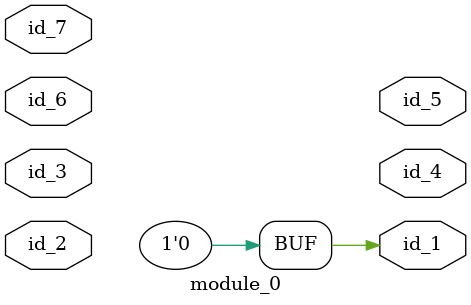
<source format=v>
`undef pp_7
`resetall
module module_0 (
    id_1,
    id_2,
    id_3,
    id_4,
    id_5,
    id_6,
    id_7
);
  input id_7;
  inout id_6;
  output id_5;
  output id_4;
  inout id_3;
  inout id_2;
  output id_1;
  assign id_1 = 1'b0;
endmodule

</source>
